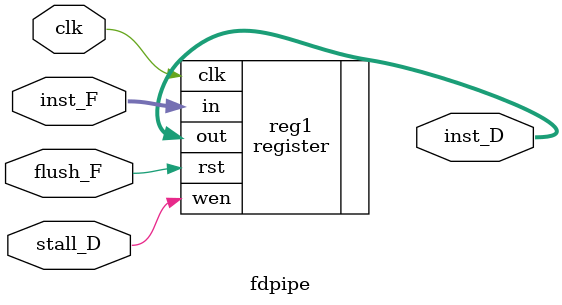
<source format=sv>
module fdpipe #(parameter N = 32)
(input logic stall_D, flush_F, clk,
input [N-1:0] inst_F,
output [N-1:0] inst_D);

// Instruction fetched
register #(.N(N)) reg1 (.wen(stall_D), .rst(flush_F), .clk(clk), 
	.in(inst_F), .out(inst_D));
	
endmodule 
</source>
